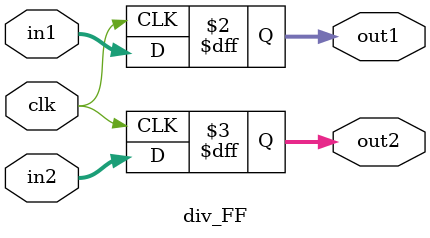
<source format=v>

`include "B2BCD_IP.v"
//synopsys translate_on

module UT_TOP (
    // Input signals
    clk, rst_n, in_valid, in_time,
    // Output signals
    out_valid, out_display, out_day
);

// ===============================================================
// Input & Output Declaration
// ===============================================================
input clk, rst_n, in_valid;
input [30:0] in_time;
output reg out_valid;
output reg [3:0] out_display;
output reg [2:0] out_day;

// ===============================================================
// Parameter & Integer Declaration
// ===============================================================



//---------------------------------------------------------------------
//   FSM State Declaration             
//---------------------------------------------------------------------

reg [1:0] c_state, n_state;
reg [6:0] counter, counter2;
parameter STANDBY = 2'b00, READ = 2'b01, RESULT = 2'b10, CAL = 2'b11;

always @(posedge clk or negedge rst_n)
begin
    if(!rst_n)
        c_state <= STANDBY;
    else
        c_state <= n_state;
end

always @(*)
begin
    case(c_state)
        STANDBY:    if(in_valid) n_state = READ;
                    else n_state = STANDBY;
        READ:       if(counter == 6'd4) n_state = RESULT;
                    else n_state = READ;
        RESULT:     if(counter2 == 15) n_state = STANDBY;
                    else n_state = RESULT;
        default:    n_state = STANDBY;
	endcase
end

always @(posedge clk or negedge rst_n) 
begin
    if(!rst_n)
        counter <= 5'd0;
	else if(c_state == READ || c_state == RESULT || n_state == READ)
        counter <= counter + 1'b1;
    else if(c_state == STANDBY)
        counter <= 5'd0;
    else 
        counter <= counter;
end


//================================================================
// Wire & Reg Declaration
//================================================================
reg [30:0] UTC;

reg [14:0] total_day;

reg [25:0] div_out1;
reg [19:0] div_out2;
reg [14:0] div_out3;
reg [5:0] rem_out1, rem_out2, rem_out3;

reg [10:0] year, month, date, hour, min, sec, index;
reg [9:0] cmp_month, cmp_day;

reg [10:0] bcd_in;
wire [15:0] bcd_out;
reg [15:0] display, day;

reg Flag;
//================================================================
// DESIGN
//================================================================

//---------------------------------------------------------------------
//   INPUT circuit
//---------------------------------------------------------------------
always @(posedge clk or negedge rst_n) 
begin
    if(!rst_n)
        UTC <= 0;
    else if(in_valid)
        UTC <= in_time;
    else
        UTC <= UTC;
end

//---------------------------------------------------------------------
//   CALCULATION circuit
//---------------------------------------------------------------------
always @(posedge clk)
begin
    div_out1 <= UTC / 60;
    rem_out1 <= UTC % 60;
end

always @(posedge clk)
begin
    div_out2 <= div_out1 / 60;
    rem_out2 <= div_out1 % 60;
end

always @(posedge clk)
begin
    div_out3 <= div_out2 / 24;
    rem_out3 <= div_out2 % 24;
end

always @(posedge clk or negedge rst_n)
begin
    if(!rst_n)
        year <= 0;
    else if(c_state == STANDBY)
        year <= 0;
    else if(c_state == RESULT)
    begin
        if((year+2)%4 == 0 && total_day > 365)
            year <= year + 1'b1;
        else if((year+2)%4 != 0 && total_day > 364)
            year <= year + 1'b1;
        else
            year <= year;
    end
    else
        year <= year;
end

always @(posedge clk or negedge rst_n)
begin
    if(!rst_n)
        total_day <= 0;
    else if(c_state == STANDBY)
        total_day <= 0;
    else if(counter == 4)
        total_day <= div_out3;
    else if(c_state == RESULT)
    begin
        if((year+2)%4 == 0 && total_day > 365)
            total_day <= total_day - 366;
        else if((year+2)%4 != 0 && total_day > 364)
            total_day <= total_day - 365;
        else
            total_day <= total_day;
    end
    else
        total_day <= total_day;
end



always @(posedge clk or negedge rst_n)
begin
    if(!rst_n)
        date <= 0;
    else if(c_state == RESULT)
    begin
        if((year+2)%4 == 0 && total_day <= 365)
            date <= total_day - cmp_day + 1'b1;
        else if((year+2)%4 != 0 && total_day <= 364)
            date <= total_day - cmp_day + 1'b1;
        else
            date <= date;
    end
    else
        date <= date;
end

always @(*)
begin
    if((year+2)%4 != 0)
    begin
        if(total_day < 31)
        begin
            cmp_day = 0;
            cmp_month = 1;
        end
        else if(total_day < 59)
        begin
            cmp_day = 31;
            cmp_month = 2;
        end
        else if(total_day < 90)
        begin
            cmp_day = 59;
            cmp_month = 3;
        end
        else if(total_day < 120)
        begin
            cmp_day = 90;
            cmp_month = 4;
        end
        else if(total_day < 151)
        begin
            cmp_day = 120;
            cmp_month = 5;
        end
        else if(total_day < 181)
        begin
            cmp_day = 151;
            cmp_month = 6;
        end
        else if(total_day < 212)
        begin
            cmp_day = 181;
            cmp_month = 7;
        end
        else if(total_day < 243)
        begin
            cmp_day = 212;
            cmp_month = 8;
        end
        else if(total_day < 273)
        begin
            cmp_day = 243;
            cmp_month = 9;
        end
        else if(total_day < 304)
        begin
            cmp_day = 273;
            cmp_month = 10;
        end
        else if(total_day < 334)
        begin
            cmp_day = 304;
            cmp_month = 11;
        end
        else
        begin
            cmp_day = 334;
            cmp_month = 12;
        end
    end
    else
    begin
        if(total_day < 31)
        begin
            cmp_day = 0;
            cmp_month = 1;
        end
        else if(total_day < 60)
        begin
            cmp_day = 31;
            cmp_month = 2;
        end
        else if(total_day < 91)
        begin
            cmp_day = 60;
            cmp_month = 3;
        end
        else if(total_day < 121)
        begin
            cmp_day = 91;
            cmp_month = 4;
        end
        else if(total_day < 152)
        begin
            cmp_day = 121;
            cmp_month = 5;
        end
        else if(total_day < 182)
        begin
            cmp_day = 152;
            cmp_month = 6;
        end
        else if(total_day < 213)
        begin
            cmp_day = 182;
            cmp_month = 7;
        end
        else if(total_day < 244)
        begin
            cmp_day = 213;
            cmp_month = 8;
        end
        else if(total_day < 274)
        begin
            cmp_day = 244;
            cmp_month = 9;
        end
        else if(total_day < 305)
        begin
            cmp_day = 274;
            cmp_month = 10;
        end
        else if(total_day < 335)
        begin
            cmp_day = 305;
            cmp_month = 11;
        end
        else
        begin
            cmp_day = 335;
            cmp_month = 12;
        end
    end
end

always @(posedge clk or negedge rst_n)
begin
    if(!rst_n)
        Flag <= 0;
    else if(c_state == STANDBY)
        Flag <= 1'b0;
    else if(c_state == RESULT)
    begin
        if((year+2)%4 == 0 && total_day < 366)
            Flag <= 1'b1;
        else if((year+2)%4 != 0 && total_day < 365)
            Flag <= 1'b1;
        else
            Flag <= Flag;
    end
    else
        Flag <= Flag;
end

always @(posedge clk or negedge rst_n)
begin
    if(!rst_n)
        counter2 <= 0;
    else if(c_state == STANDBY)
        counter2 <= 1'b0;
    else if(Flag)
        counter2 <= counter2 + 1'b1;
    else
        counter2 <= counter2;
end



always @(posedge clk or negedge rst_n) /////////////////////////////////////
begin
    if(!rst_n)
        month <= 0;
    else if(Flag)
        month <= cmp_month;
    else
        month <= month;
    
end


always @(posedge clk or negedge rst_n) 
begin
    if(!rst_n)
        hour <= 0;
    else if(counter == 4)
        hour <= rem_out3;
    else
        hour <= hour;
end

always @(posedge clk or negedge rst_n) 
begin
    if(!rst_n)
        min <= 0;
    else if(counter == 3)
        min <= rem_out2;
    else
        min <= min;
end

always @(posedge clk or negedge rst_n) 
begin
    if(!rst_n)
        sec <= 0;
    else if(counter == 2)
        sec <= rem_out1;
    else
        sec <= sec;
end

always @(posedge clk or negedge rst_n) 
begin
    if(!rst_n)
        index <= 0;
    else if(counter == 4)
        index <= div_out3 % 7;
    else if(counter == 6)
        index <= (index+4)%7;
    else
        index <= index;
end

always @(*)
begin
    if(Flag)
    begin
        case(counter2)
            5'd1:   bcd_in = year[10:0] + 1970;
            //5'd1:  bcd_in = index[10:0];
            5'd5:  bcd_in = month[10:0];
            5'd7:  bcd_in = date[10:0];
            5'd9:  bcd_in = hour[10:0];
            5'd11:  bcd_in = min[10:0];
            5'd13:  bcd_in = sec[10:0];
            default:bcd_in = 0;
        endcase
    end
    else
    begin
        if(counter == 6)
            bcd_in = index;
        else
            bcd_in = 0;
    end
end

B2BCD_IP #(.WIDTH(11), .DIGIT(4)) bcd (.Binary_code(bcd_in), .BCD_code(bcd_out));

always @(posedge clk or negedge rst_n) 
begin
    if(!rst_n)
        display <= 0;
    else if(counter2 == 1 || counter2 == 5 || counter2 == 7 || counter2 == 9 || counter2 == 11 || counter2 == 13)
        display <= bcd_out;
    else
        display <= display;
end

always @(posedge clk or negedge rst_n) 
begin
    if(!rst_n)
        day <= 0;
    else if(counter == 6)
        day <= bcd_out;
    else
        day <= day;
end

always @(posedge clk or negedge rst_n)
begin
    if(!rst_n)
        out_valid <= 0;
    else if(counter2 >= 5'd2 && counter2 <= 5'd15)
        out_valid <= 1;
    else
        out_valid <= 0;
end

always @(posedge clk or negedge rst_n)
begin
    if(!rst_n)
        out_display <= 0;
    else if(counter2 >= 5'd2 && counter2 <= 5'd15)
    begin
        case(counter2)
        5'd2:  out_display <= display[15:12];
        5'd3:  out_display <= display[11:8];
        5'd4:  out_display <= display[7:4];
        5'd5:  out_display <= display[3:0];
        5'd6:  out_display <= display[7:4];
        5'd7:  out_display <= display[3:0];
        5'd8:  out_display <= display[7:4];
        5'd9:  out_display <= display[3:0];
        5'd10:  out_display <= display[7:4];
        5'd11:  out_display <= display[3:0];
        5'd12:  out_display <= display[7:4];
        5'd13:  out_display <= display[3:0];
        5'd14:  out_display <= display[7:4];
        5'd15:  out_display <= display[3:0];
        default:out_display <= 0;
    endcase
    end
    else
        out_display <= 0;
end

always @(posedge clk or negedge rst_n)
begin
    if(!rst_n)
        out_day <= 0;
    else if(counter2 >= 5'd2 && counter2 <= 5'd15)
        out_day <= index;
    else
        out_day <= 0;
end

endmodule

module div_FF (in1, in2, out1, out2, clk);
input clk;
input [30:0] in1;
input [5:0] in2;
output reg [30:0] out1;
output reg [5:0] out2;

always @(posedge clk)
begin
    out1 <= in1;
    out2 <= in2;
end

endmodule
</source>
